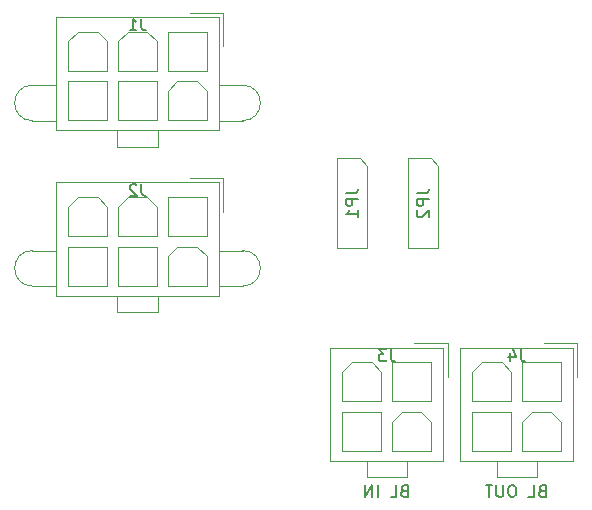
<source format=gbr>
G04 #@! TF.GenerationSoftware,KiCad,Pcbnew,(5.1.9)-1*
G04 #@! TF.CreationDate,2021-10-30T20:33:53-06:00*
G04 #@! TF.ProjectId,ralt_controller,72616c74-5f63-46f6-9e74-726f6c6c6572,1*
G04 #@! TF.SameCoordinates,Original*
G04 #@! TF.FileFunction,Other,Fab,Bot*
%FSLAX46Y46*%
G04 Gerber Fmt 4.6, Leading zero omitted, Abs format (unit mm)*
G04 Created by KiCad (PCBNEW (5.1.9)-1) date 2021-10-30 20:33:53*
%MOMM*%
%LPD*%
G01*
G04 APERTURE LIST*
%ADD10C,0.100000*%
%ADD11C,0.150000*%
G04 APERTURE END LIST*
D10*
X29710000Y-78350000D02*
G75*
G02*
X29710000Y-75350000I0J1500000D01*
G01*
X47510000Y-75350000D02*
G75*
G02*
X47510000Y-78350000I0J-1500000D01*
G01*
X47510000Y-75350000D02*
X45510000Y-75350000D01*
X47510000Y-78350000D02*
X45510000Y-78350000D01*
X29710000Y-75350000D02*
X31710000Y-75350000D01*
X29710000Y-78350000D02*
X31710000Y-78350000D01*
X45510000Y-69560000D02*
X45510000Y-79160000D01*
X45510000Y-79160000D02*
X31710000Y-79160000D01*
X31710000Y-79160000D02*
X31710000Y-69560000D01*
X31710000Y-69560000D02*
X45510000Y-69560000D01*
X40310000Y-79160000D02*
X40310000Y-80560000D01*
X40310000Y-80560000D02*
X36910000Y-80560000D01*
X36910000Y-80560000D02*
X36910000Y-79160000D01*
X44460000Y-70810000D02*
X44460000Y-74110000D01*
X44460000Y-74110000D02*
X41160000Y-74110000D01*
X41160000Y-74110000D02*
X41160000Y-70810000D01*
X41160000Y-70810000D02*
X44460000Y-70810000D01*
X44460000Y-78310000D02*
X44460000Y-75835000D01*
X44460000Y-75835000D02*
X43635000Y-75010000D01*
X43635000Y-75010000D02*
X41985000Y-75010000D01*
X41985000Y-75010000D02*
X41160000Y-75835000D01*
X41160000Y-75835000D02*
X41160000Y-78310000D01*
X41160000Y-78310000D02*
X44460000Y-78310000D01*
X40260000Y-75010000D02*
X40260000Y-78310000D01*
X40260000Y-78310000D02*
X36960000Y-78310000D01*
X36960000Y-78310000D02*
X36960000Y-75010000D01*
X36960000Y-75010000D02*
X40260000Y-75010000D01*
X40260000Y-74110000D02*
X40260000Y-71635000D01*
X40260000Y-71635000D02*
X39435000Y-70810000D01*
X39435000Y-70810000D02*
X37785000Y-70810000D01*
X37785000Y-70810000D02*
X36960000Y-71635000D01*
X36960000Y-71635000D02*
X36960000Y-74110000D01*
X36960000Y-74110000D02*
X40260000Y-74110000D01*
X36060000Y-75010000D02*
X36060000Y-78310000D01*
X36060000Y-78310000D02*
X32760000Y-78310000D01*
X32760000Y-78310000D02*
X32760000Y-75010000D01*
X32760000Y-75010000D02*
X36060000Y-75010000D01*
X36060000Y-74110000D02*
X36060000Y-71635000D01*
X36060000Y-71635000D02*
X35235000Y-70810000D01*
X35235000Y-70810000D02*
X33585000Y-70810000D01*
X33585000Y-70810000D02*
X32760000Y-71635000D01*
X32760000Y-71635000D02*
X32760000Y-74110000D01*
X32760000Y-74110000D02*
X36060000Y-74110000D01*
X43010000Y-69210000D02*
X45860000Y-69210000D01*
X45860000Y-69210000D02*
X45860000Y-72060000D01*
X29710000Y-64350000D02*
G75*
G02*
X29710000Y-61350000I0J1500000D01*
G01*
X47510000Y-61350000D02*
G75*
G02*
X47510000Y-64350000I0J-1500000D01*
G01*
X47510000Y-61350000D02*
X45510000Y-61350000D01*
X47510000Y-64350000D02*
X45510000Y-64350000D01*
X29710000Y-61350000D02*
X31710000Y-61350000D01*
X29710000Y-64350000D02*
X31710000Y-64350000D01*
X45510000Y-55560000D02*
X45510000Y-65160000D01*
X45510000Y-65160000D02*
X31710000Y-65160000D01*
X31710000Y-65160000D02*
X31710000Y-55560000D01*
X31710000Y-55560000D02*
X45510000Y-55560000D01*
X40310000Y-65160000D02*
X40310000Y-66560000D01*
X40310000Y-66560000D02*
X36910000Y-66560000D01*
X36910000Y-66560000D02*
X36910000Y-65160000D01*
X44460000Y-56810000D02*
X44460000Y-60110000D01*
X44460000Y-60110000D02*
X41160000Y-60110000D01*
X41160000Y-60110000D02*
X41160000Y-56810000D01*
X41160000Y-56810000D02*
X44460000Y-56810000D01*
X44460000Y-64310000D02*
X44460000Y-61835000D01*
X44460000Y-61835000D02*
X43635000Y-61010000D01*
X43635000Y-61010000D02*
X41985000Y-61010000D01*
X41985000Y-61010000D02*
X41160000Y-61835000D01*
X41160000Y-61835000D02*
X41160000Y-64310000D01*
X41160000Y-64310000D02*
X44460000Y-64310000D01*
X40260000Y-61010000D02*
X40260000Y-64310000D01*
X40260000Y-64310000D02*
X36960000Y-64310000D01*
X36960000Y-64310000D02*
X36960000Y-61010000D01*
X36960000Y-61010000D02*
X40260000Y-61010000D01*
X40260000Y-60110000D02*
X40260000Y-57635000D01*
X40260000Y-57635000D02*
X39435000Y-56810000D01*
X39435000Y-56810000D02*
X37785000Y-56810000D01*
X37785000Y-56810000D02*
X36960000Y-57635000D01*
X36960000Y-57635000D02*
X36960000Y-60110000D01*
X36960000Y-60110000D02*
X40260000Y-60110000D01*
X36060000Y-61010000D02*
X36060000Y-64310000D01*
X36060000Y-64310000D02*
X32760000Y-64310000D01*
X32760000Y-64310000D02*
X32760000Y-61010000D01*
X32760000Y-61010000D02*
X36060000Y-61010000D01*
X36060000Y-60110000D02*
X36060000Y-57635000D01*
X36060000Y-57635000D02*
X35235000Y-56810000D01*
X35235000Y-56810000D02*
X33585000Y-56810000D01*
X33585000Y-56810000D02*
X32760000Y-57635000D01*
X32760000Y-57635000D02*
X32760000Y-60110000D01*
X32760000Y-60110000D02*
X36060000Y-60110000D01*
X43010000Y-55210000D02*
X45860000Y-55210000D01*
X45860000Y-55210000D02*
X45860000Y-58060000D01*
X63445000Y-67540000D02*
X61540000Y-67540000D01*
X61540000Y-67540000D02*
X61540000Y-75160000D01*
X61540000Y-75160000D02*
X64080000Y-75160000D01*
X64080000Y-75160000D02*
X64080000Y-68175000D01*
X64080000Y-68175000D02*
X63445000Y-67540000D01*
X57445000Y-67540000D02*
X55540000Y-67540000D01*
X55540000Y-67540000D02*
X55540000Y-75160000D01*
X55540000Y-75160000D02*
X58080000Y-75160000D01*
X58080000Y-75160000D02*
X58080000Y-68175000D01*
X58080000Y-68175000D02*
X57445000Y-67540000D01*
X75510000Y-83560000D02*
X75510000Y-93160000D01*
X75510000Y-93160000D02*
X65910000Y-93160000D01*
X65910000Y-93160000D02*
X65910000Y-83560000D01*
X65910000Y-83560000D02*
X75510000Y-83560000D01*
X72410000Y-93160000D02*
X72410000Y-94560000D01*
X72410000Y-94560000D02*
X69010000Y-94560000D01*
X69010000Y-94560000D02*
X69010000Y-93160000D01*
X74460000Y-84810000D02*
X74460000Y-88110000D01*
X74460000Y-88110000D02*
X71160000Y-88110000D01*
X71160000Y-88110000D02*
X71160000Y-84810000D01*
X71160000Y-84810000D02*
X74460000Y-84810000D01*
X74460000Y-92310000D02*
X74460000Y-89835000D01*
X74460000Y-89835000D02*
X73635000Y-89010000D01*
X73635000Y-89010000D02*
X71985000Y-89010000D01*
X71985000Y-89010000D02*
X71160000Y-89835000D01*
X71160000Y-89835000D02*
X71160000Y-92310000D01*
X71160000Y-92310000D02*
X74460000Y-92310000D01*
X70260000Y-89010000D02*
X70260000Y-92310000D01*
X70260000Y-92310000D02*
X66960000Y-92310000D01*
X66960000Y-92310000D02*
X66960000Y-89010000D01*
X66960000Y-89010000D02*
X70260000Y-89010000D01*
X70260000Y-88110000D02*
X70260000Y-85635000D01*
X70260000Y-85635000D02*
X69435000Y-84810000D01*
X69435000Y-84810000D02*
X67785000Y-84810000D01*
X67785000Y-84810000D02*
X66960000Y-85635000D01*
X66960000Y-85635000D02*
X66960000Y-88110000D01*
X66960000Y-88110000D02*
X70260000Y-88110000D01*
X73010000Y-83210000D02*
X75860000Y-83210000D01*
X75860000Y-83210000D02*
X75860000Y-86060000D01*
X64510000Y-83560000D02*
X64510000Y-93160000D01*
X64510000Y-93160000D02*
X54910000Y-93160000D01*
X54910000Y-93160000D02*
X54910000Y-83560000D01*
X54910000Y-83560000D02*
X64510000Y-83560000D01*
X61410000Y-93160000D02*
X61410000Y-94560000D01*
X61410000Y-94560000D02*
X58010000Y-94560000D01*
X58010000Y-94560000D02*
X58010000Y-93160000D01*
X63460000Y-84810000D02*
X63460000Y-88110000D01*
X63460000Y-88110000D02*
X60160000Y-88110000D01*
X60160000Y-88110000D02*
X60160000Y-84810000D01*
X60160000Y-84810000D02*
X63460000Y-84810000D01*
X63460000Y-92310000D02*
X63460000Y-89835000D01*
X63460000Y-89835000D02*
X62635000Y-89010000D01*
X62635000Y-89010000D02*
X60985000Y-89010000D01*
X60985000Y-89010000D02*
X60160000Y-89835000D01*
X60160000Y-89835000D02*
X60160000Y-92310000D01*
X60160000Y-92310000D02*
X63460000Y-92310000D01*
X59260000Y-89010000D02*
X59260000Y-92310000D01*
X59260000Y-92310000D02*
X55960000Y-92310000D01*
X55960000Y-92310000D02*
X55960000Y-89010000D01*
X55960000Y-89010000D02*
X59260000Y-89010000D01*
X59260000Y-88110000D02*
X59260000Y-85635000D01*
X59260000Y-85635000D02*
X58435000Y-84810000D01*
X58435000Y-84810000D02*
X56785000Y-84810000D01*
X56785000Y-84810000D02*
X55960000Y-85635000D01*
X55960000Y-85635000D02*
X55960000Y-88110000D01*
X55960000Y-88110000D02*
X59260000Y-88110000D01*
X62010000Y-83210000D02*
X64860000Y-83210000D01*
X64860000Y-83210000D02*
X64860000Y-86060000D01*
D11*
X38943333Y-69712380D02*
X38943333Y-70426666D01*
X38990952Y-70569523D01*
X39086190Y-70664761D01*
X39229047Y-70712380D01*
X39324285Y-70712380D01*
X38514761Y-69807619D02*
X38467142Y-69760000D01*
X38371904Y-69712380D01*
X38133809Y-69712380D01*
X38038571Y-69760000D01*
X37990952Y-69807619D01*
X37943333Y-69902857D01*
X37943333Y-69998095D01*
X37990952Y-70140952D01*
X38562380Y-70712380D01*
X37943333Y-70712380D01*
X38943333Y-55712380D02*
X38943333Y-56426666D01*
X38990952Y-56569523D01*
X39086190Y-56664761D01*
X39229047Y-56712380D01*
X39324285Y-56712380D01*
X37943333Y-56712380D02*
X38514761Y-56712380D01*
X38229047Y-56712380D02*
X38229047Y-55712380D01*
X38324285Y-55855238D01*
X38419523Y-55950476D01*
X38514761Y-55998095D01*
X62262380Y-70516666D02*
X62976666Y-70516666D01*
X63119523Y-70469047D01*
X63214761Y-70373809D01*
X63262380Y-70230952D01*
X63262380Y-70135714D01*
X63262380Y-70992857D02*
X62262380Y-70992857D01*
X62262380Y-71373809D01*
X62310000Y-71469047D01*
X62357619Y-71516666D01*
X62452857Y-71564285D01*
X62595714Y-71564285D01*
X62690952Y-71516666D01*
X62738571Y-71469047D01*
X62786190Y-71373809D01*
X62786190Y-70992857D01*
X62357619Y-71945238D02*
X62310000Y-71992857D01*
X62262380Y-72088095D01*
X62262380Y-72326190D01*
X62310000Y-72421428D01*
X62357619Y-72469047D01*
X62452857Y-72516666D01*
X62548095Y-72516666D01*
X62690952Y-72469047D01*
X63262380Y-71897619D01*
X63262380Y-72516666D01*
X56262380Y-70516666D02*
X56976666Y-70516666D01*
X57119523Y-70469047D01*
X57214761Y-70373809D01*
X57262380Y-70230952D01*
X57262380Y-70135714D01*
X57262380Y-70992857D02*
X56262380Y-70992857D01*
X56262380Y-71373809D01*
X56310000Y-71469047D01*
X56357619Y-71516666D01*
X56452857Y-71564285D01*
X56595714Y-71564285D01*
X56690952Y-71516666D01*
X56738571Y-71469047D01*
X56786190Y-71373809D01*
X56786190Y-70992857D01*
X57262380Y-72516666D02*
X57262380Y-71945238D01*
X57262380Y-72230952D02*
X56262380Y-72230952D01*
X56405238Y-72135714D01*
X56500476Y-72040476D01*
X56548095Y-71945238D01*
X72852857Y-95688571D02*
X72710000Y-95736190D01*
X72662380Y-95783809D01*
X72614761Y-95879047D01*
X72614761Y-96021904D01*
X72662380Y-96117142D01*
X72710000Y-96164761D01*
X72805238Y-96212380D01*
X73186190Y-96212380D01*
X73186190Y-95212380D01*
X72852857Y-95212380D01*
X72757619Y-95260000D01*
X72710000Y-95307619D01*
X72662380Y-95402857D01*
X72662380Y-95498095D01*
X72710000Y-95593333D01*
X72757619Y-95640952D01*
X72852857Y-95688571D01*
X73186190Y-95688571D01*
X71710000Y-96212380D02*
X72186190Y-96212380D01*
X72186190Y-95212380D01*
X70424285Y-95212380D02*
X70233809Y-95212380D01*
X70138571Y-95260000D01*
X70043333Y-95355238D01*
X69995714Y-95545714D01*
X69995714Y-95879047D01*
X70043333Y-96069523D01*
X70138571Y-96164761D01*
X70233809Y-96212380D01*
X70424285Y-96212380D01*
X70519523Y-96164761D01*
X70614761Y-96069523D01*
X70662380Y-95879047D01*
X70662380Y-95545714D01*
X70614761Y-95355238D01*
X70519523Y-95260000D01*
X70424285Y-95212380D01*
X69567142Y-95212380D02*
X69567142Y-96021904D01*
X69519523Y-96117142D01*
X69471904Y-96164761D01*
X69376666Y-96212380D01*
X69186190Y-96212380D01*
X69090952Y-96164761D01*
X69043333Y-96117142D01*
X68995714Y-96021904D01*
X68995714Y-95212380D01*
X68662380Y-95212380D02*
X68090952Y-95212380D01*
X68376666Y-96212380D02*
X68376666Y-95212380D01*
X71043333Y-83712380D02*
X71043333Y-84426666D01*
X71090952Y-84569523D01*
X71186190Y-84664761D01*
X71329047Y-84712380D01*
X71424285Y-84712380D01*
X70138571Y-84045714D02*
X70138571Y-84712380D01*
X70376666Y-83664761D02*
X70614761Y-84379047D01*
X69995714Y-84379047D01*
X61186190Y-95688571D02*
X61043333Y-95736190D01*
X60995714Y-95783809D01*
X60948095Y-95879047D01*
X60948095Y-96021904D01*
X60995714Y-96117142D01*
X61043333Y-96164761D01*
X61138571Y-96212380D01*
X61519523Y-96212380D01*
X61519523Y-95212380D01*
X61186190Y-95212380D01*
X61090952Y-95260000D01*
X61043333Y-95307619D01*
X60995714Y-95402857D01*
X60995714Y-95498095D01*
X61043333Y-95593333D01*
X61090952Y-95640952D01*
X61186190Y-95688571D01*
X61519523Y-95688571D01*
X60043333Y-96212380D02*
X60519523Y-96212380D01*
X60519523Y-95212380D01*
X58948095Y-96212380D02*
X58948095Y-95212380D01*
X58471904Y-96212380D02*
X58471904Y-95212380D01*
X57900476Y-96212380D01*
X57900476Y-95212380D01*
X60043333Y-83712380D02*
X60043333Y-84426666D01*
X60090952Y-84569523D01*
X60186190Y-84664761D01*
X60329047Y-84712380D01*
X60424285Y-84712380D01*
X59662380Y-83712380D02*
X59043333Y-83712380D01*
X59376666Y-84093333D01*
X59233809Y-84093333D01*
X59138571Y-84140952D01*
X59090952Y-84188571D01*
X59043333Y-84283809D01*
X59043333Y-84521904D01*
X59090952Y-84617142D01*
X59138571Y-84664761D01*
X59233809Y-84712380D01*
X59519523Y-84712380D01*
X59614761Y-84664761D01*
X59662380Y-84617142D01*
M02*

</source>
